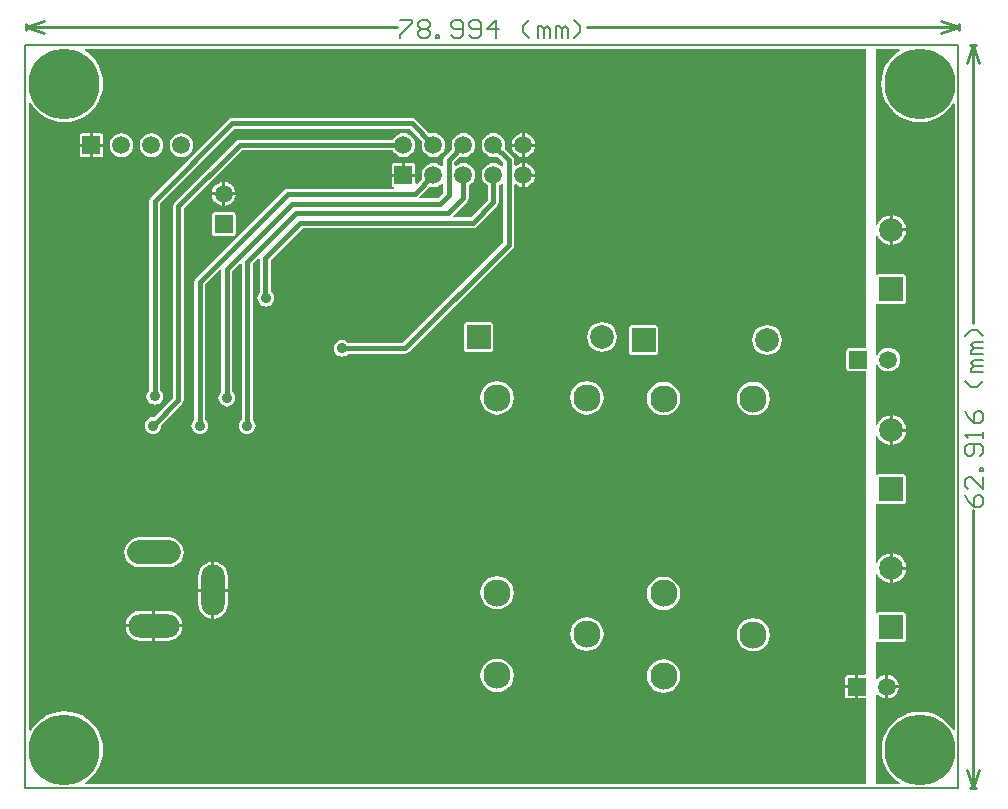
<source format=gbl>
G04 Layer_Physical_Order=2*
G04 Layer_Color=16711680*
%FSLAX44Y44*%
%MOMM*%
G71*
G01*
G75*
%ADD23C,0.1270*%
%ADD25C,0.3810*%
%ADD27C,0.2540*%
%ADD28C,2.0160*%
%ADD29C,0.1524*%
%ADD30C,6.0000*%
%ADD31C,1.5000*%
%ADD32R,1.5000X1.5000*%
%ADD33C,2.0000*%
%ADD34R,2.0000X2.0000*%
%ADD35R,2.0000X2.0000*%
%ADD36R,1.5000X1.5000*%
%ADD37C,2.3000*%
%ADD38O,2.0000X4.3180*%
%ADD39O,4.3180X2.0000*%
%ADD40O,4.5000X2.0000*%
%ADD41C,0.8890*%
%ADD42C,1.2700*%
G36*
X995198Y826581D02*
X993004Y825237D01*
X989110Y821910D01*
X985783Y818016D01*
X983107Y813649D01*
X981147Y808916D01*
X979951Y803936D01*
X979549Y798830D01*
X979951Y793724D01*
X981147Y788744D01*
X983107Y784012D01*
X985783Y779644D01*
X989110Y775750D01*
X993004Y772423D01*
X997372Y769747D01*
X1002104Y767787D01*
X1007084Y766591D01*
X1012190Y766189D01*
X1017296Y766591D01*
X1022277Y767787D01*
X1027009Y769747D01*
X1031376Y772423D01*
X1035270Y775750D01*
X1038597Y779644D01*
X1040195Y782252D01*
X1041719Y781822D01*
Y251864D01*
X1040195Y251434D01*
X1038851Y253628D01*
X1035524Y257522D01*
X1031630Y260849D01*
X1027262Y263525D01*
X1022531Y265485D01*
X1017550Y266681D01*
X1012444Y267083D01*
X1007338Y266681D01*
X1002357Y265485D01*
X997626Y263525D01*
X993258Y260849D01*
X989364Y257522D01*
X986037Y253628D01*
X983361Y249261D01*
X981401Y244529D01*
X980205Y239548D01*
X979803Y234442D01*
X980205Y229336D01*
X981401Y224356D01*
X983361Y219624D01*
X986037Y215256D01*
X989364Y211362D01*
X993258Y208035D01*
X995130Y206888D01*
X994717Y205421D01*
X974852D01*
Y281542D01*
X976376Y282059D01*
X977089Y281129D01*
X979187Y279520D01*
X981629Y278508D01*
X982980Y278331D01*
Y288290D01*
Y298249D01*
X981629Y298072D01*
X979187Y297060D01*
X977089Y295451D01*
X976376Y294521D01*
X974852Y295038D01*
Y326106D01*
X975689Y326521D01*
X976376Y326690D01*
X977069Y326227D01*
X978060Y326030D01*
X998060D01*
X999051Y326227D01*
X999891Y326789D01*
X1000453Y327629D01*
X1000650Y328620D01*
Y348620D01*
X1000453Y349611D01*
X999891Y350451D01*
X999051Y351013D01*
X998060Y351210D01*
X978060D01*
X977069Y351013D01*
X976376Y350550D01*
X975689Y350719D01*
X974852Y351134D01*
X974852Y383756D01*
X976376Y384059D01*
X977106Y382296D01*
X979116Y379676D01*
X981736Y377666D01*
X984786Y376403D01*
X986790Y376139D01*
Y388620D01*
Y401101D01*
X984786Y400837D01*
X981736Y399574D01*
X979116Y397564D01*
X977106Y394944D01*
X976376Y393181D01*
X974852Y393484D01*
Y442946D01*
X975689Y443361D01*
X976376Y443530D01*
X977069Y443067D01*
X978060Y442870D01*
X998060D01*
X999051Y443067D01*
X999891Y443629D01*
X1000453Y444469D01*
X1000650Y445460D01*
Y465460D01*
X1000453Y466451D01*
X999891Y467291D01*
X999051Y467853D01*
X998060Y468050D01*
X978060D01*
X977069Y467853D01*
X976376Y467390D01*
X975689Y467559D01*
X974852Y467974D01*
Y500596D01*
X976376Y500899D01*
X977106Y499136D01*
X979116Y496516D01*
X981736Y494506D01*
X984786Y493243D01*
X986790Y492979D01*
Y505460D01*
Y517941D01*
X984786Y517677D01*
X981736Y516414D01*
X979116Y514404D01*
X977106Y511784D01*
X976376Y510021D01*
X974852Y510324D01*
Y560687D01*
X976376Y560990D01*
X976750Y560087D01*
X978359Y557989D01*
X980457Y556380D01*
X982899Y555368D01*
X985520Y555023D01*
X988141Y555368D01*
X990583Y556380D01*
X992681Y557989D01*
X994290Y560087D01*
X995302Y562529D01*
X995647Y565150D01*
X995302Y567771D01*
X994290Y570213D01*
X992681Y572311D01*
X990583Y573920D01*
X988141Y574932D01*
X985520Y575277D01*
X982899Y574932D01*
X980457Y573920D01*
X978359Y572311D01*
X976750Y570213D01*
X976376Y569310D01*
X974852Y569613D01*
Y612326D01*
X975689Y612741D01*
X976376Y612910D01*
X977069Y612447D01*
X978060Y612250D01*
X998060D01*
X999051Y612447D01*
X999891Y613009D01*
X1000453Y613849D01*
X1000650Y614840D01*
Y634840D01*
X1000453Y635831D01*
X999891Y636671D01*
X999051Y637233D01*
X998060Y637430D01*
X978060D01*
X977069Y637233D01*
X976376Y636770D01*
X975689Y636939D01*
X974852Y637354D01*
Y669976D01*
X976376Y670279D01*
X977106Y668516D01*
X979116Y665896D01*
X981736Y663886D01*
X984786Y662623D01*
X986790Y662359D01*
Y674840D01*
Y687321D01*
X984786Y687057D01*
X981736Y685794D01*
X979116Y683784D01*
X977106Y681164D01*
X976376Y679401D01*
X974852Y679704D01*
Y828105D01*
X994768D01*
X995198Y826581D01*
D02*
G37*
G36*
X966470Y575240D02*
X952620D01*
X951629Y575043D01*
X950789Y574481D01*
X950227Y573641D01*
X950030Y572650D01*
Y557650D01*
X950227Y556659D01*
X950789Y555819D01*
X951629Y555257D01*
X952620Y555060D01*
X966470D01*
X966470Y299854D01*
X964946Y298380D01*
X960120D01*
Y288290D01*
Y278200D01*
X966350D01*
X966470Y278102D01*
Y205421D01*
X305458D01*
X305028Y206945D01*
X307222Y208289D01*
X311116Y211616D01*
X314443Y215510D01*
X317119Y219877D01*
X319079Y224610D01*
X320275Y229590D01*
X320676Y234696D01*
X320275Y239802D01*
X319079Y244783D01*
X317119Y249515D01*
X314443Y253882D01*
X311116Y257776D01*
X307222Y261103D01*
X302854Y263779D01*
X298123Y265739D01*
X293142Y266935D01*
X288036Y267337D01*
X282930Y266935D01*
X277950Y265739D01*
X273218Y263779D01*
X268850Y261103D01*
X264956Y257776D01*
X261629Y253882D01*
X259777Y250859D01*
X258253Y251289D01*
Y782237D01*
X259777Y782667D01*
X261629Y779644D01*
X264956Y775750D01*
X268850Y772423D01*
X273218Y769747D01*
X277950Y767787D01*
X282930Y766591D01*
X288036Y766189D01*
X293142Y766591D01*
X298123Y767787D01*
X302854Y769747D01*
X307222Y772423D01*
X311116Y775750D01*
X314443Y779644D01*
X317119Y784012D01*
X319079Y788744D01*
X320275Y793724D01*
X320676Y798830D01*
X320275Y803936D01*
X319079Y808916D01*
X317119Y813649D01*
X314443Y818016D01*
X311116Y821910D01*
X307222Y825237D01*
X305028Y826581D01*
X305458Y828105D01*
X966470D01*
X966470Y575240D01*
D02*
G37*
%LPC*%
G36*
X1000541Y387350D02*
X989330D01*
Y376139D01*
X991334Y376403D01*
X994384Y377666D01*
X997004Y379676D01*
X999014Y382296D01*
X1000277Y385346D01*
X1000541Y387350D01*
D02*
G37*
G36*
X989330Y401101D02*
Y389890D01*
X1000541D01*
X1000277Y391894D01*
X999014Y394944D01*
X997004Y397564D01*
X994384Y399574D01*
X991334Y400837D01*
X989330Y401101D01*
D02*
G37*
G36*
X1000541Y504190D02*
X989330D01*
Y492979D01*
X991334Y493243D01*
X994384Y494506D01*
X997004Y496516D01*
X999014Y499136D01*
X1000277Y502186D01*
X1000541Y504190D01*
D02*
G37*
G36*
X989330Y517941D02*
Y506730D01*
X1000541D01*
X1000277Y508734D01*
X999014Y511784D01*
X997004Y514404D01*
X994384Y516414D01*
X991334Y517677D01*
X989330Y517941D01*
D02*
G37*
G36*
X985520Y298249D02*
Y289560D01*
X994209D01*
X994032Y290911D01*
X993020Y293353D01*
X991411Y295451D01*
X989313Y297060D01*
X986871Y298072D01*
X985520Y298249D01*
D02*
G37*
G36*
X994209Y287020D02*
X985520D01*
Y278331D01*
X986871Y278508D01*
X989313Y279520D01*
X991411Y281129D01*
X993020Y283227D01*
X994032Y285669D01*
X994209Y287020D01*
D02*
G37*
G36*
X989330Y687321D02*
Y676110D01*
X1000541D01*
X1000277Y678114D01*
X999014Y681164D01*
X997004Y683784D01*
X994384Y685794D01*
X991334Y687057D01*
X989330Y687321D01*
D02*
G37*
G36*
X1000541Y673570D02*
X989330D01*
Y662359D01*
X991334Y662623D01*
X994384Y663886D01*
X997004Y665896D01*
X999014Y668516D01*
X1000277Y671566D01*
X1000541Y673570D01*
D02*
G37*
G36*
X376266Y414472D02*
X351266D01*
X347992Y414041D01*
X344942Y412778D01*
X342322Y410768D01*
X340312Y408148D01*
X339049Y405098D01*
X338618Y401824D01*
X339049Y398550D01*
X340312Y395500D01*
X342322Y392880D01*
X344942Y390870D01*
X347992Y389607D01*
X351266Y389176D01*
X376266D01*
X379540Y389607D01*
X382590Y390870D01*
X385210Y392880D01*
X387220Y395500D01*
X388483Y398550D01*
X388914Y401824D01*
X388483Y405098D01*
X387220Y408148D01*
X385210Y410768D01*
X382590Y412778D01*
X379540Y414041D01*
X376266Y414472D01*
D02*
G37*
G36*
X654250Y381901D02*
X650585Y381419D01*
X647169Y380004D01*
X644237Y377753D01*
X641986Y374821D01*
X640571Y371405D01*
X640089Y367740D01*
X640571Y364075D01*
X641986Y360659D01*
X644237Y357727D01*
X647169Y355476D01*
X650585Y354061D01*
X654250Y353579D01*
X657915Y354061D01*
X661331Y355476D01*
X664263Y357727D01*
X666514Y360659D01*
X667929Y364075D01*
X668411Y367740D01*
X667929Y371405D01*
X666514Y374821D01*
X664263Y377753D01*
X661331Y380004D01*
X657915Y381419D01*
X654250Y381901D01*
D02*
G37*
G36*
X412496Y393895D02*
X410492Y393631D01*
X407442Y392368D01*
X404822Y390358D01*
X402812Y387738D01*
X401549Y384688D01*
X401118Y381414D01*
Y371094D01*
X412496D01*
Y393895D01*
D02*
G37*
G36*
X415036D02*
Y371094D01*
X426414D01*
Y381414D01*
X425983Y384688D01*
X424720Y387738D01*
X422710Y390358D01*
X420090Y392368D01*
X417040Y393631D01*
X415036Y393895D01*
D02*
G37*
G36*
X654250Y546901D02*
X650585Y546419D01*
X647169Y545004D01*
X644237Y542753D01*
X641986Y539821D01*
X640571Y536405D01*
X640089Y532740D01*
X640571Y529075D01*
X641986Y525659D01*
X644237Y522727D01*
X647169Y520476D01*
X650585Y519061D01*
X654250Y518579D01*
X657915Y519061D01*
X661331Y520476D01*
X664263Y522727D01*
X666514Y525659D01*
X667929Y529075D01*
X668411Y532740D01*
X667929Y536405D01*
X666514Y539821D01*
X664263Y542753D01*
X661331Y545004D01*
X657915Y546419D01*
X654250Y546901D01*
D02*
G37*
G36*
X730250D02*
X726585Y546419D01*
X723169Y545004D01*
X720237Y542753D01*
X717986Y539821D01*
X716571Y536405D01*
X716089Y532740D01*
X716571Y529075D01*
X717986Y525659D01*
X720237Y522727D01*
X723169Y520476D01*
X726585Y519061D01*
X730250Y518579D01*
X733915Y519061D01*
X737331Y520476D01*
X740263Y522727D01*
X742514Y525659D01*
X743929Y529075D01*
X744411Y532740D01*
X743929Y536405D01*
X742514Y539821D01*
X740263Y542753D01*
X737331Y545004D01*
X733915Y546419D01*
X730250Y546901D01*
D02*
G37*
G36*
X882880Y594308D02*
X879606Y593877D01*
X876556Y592614D01*
X873936Y590604D01*
X871926Y587984D01*
X870663Y584934D01*
X870232Y581660D01*
X870663Y578386D01*
X871926Y575336D01*
X873936Y572716D01*
X876556Y570706D01*
X879606Y569443D01*
X882880Y569012D01*
X886154Y569443D01*
X889204Y570706D01*
X891824Y572716D01*
X893834Y575336D01*
X895097Y578386D01*
X895528Y581660D01*
X895097Y584934D01*
X893834Y587984D01*
X891824Y590604D01*
X889204Y592614D01*
X886154Y593877D01*
X882880Y594308D01*
D02*
G37*
G36*
X795220Y546291D02*
X791555Y545809D01*
X788139Y544394D01*
X785207Y542143D01*
X782956Y539211D01*
X781541Y535795D01*
X781059Y532130D01*
X781541Y528465D01*
X782956Y525049D01*
X785207Y522117D01*
X788139Y519866D01*
X791555Y518451D01*
X795220Y517969D01*
X798885Y518451D01*
X802301Y519866D01*
X805233Y522117D01*
X807484Y525049D01*
X808899Y528465D01*
X809381Y532130D01*
X808899Y535795D01*
X807484Y539211D01*
X805233Y542143D01*
X802301Y544394D01*
X798885Y545809D01*
X795220Y546291D01*
D02*
G37*
G36*
X871220D02*
X867555Y545809D01*
X864139Y544394D01*
X861207Y542143D01*
X858956Y539211D01*
X857541Y535795D01*
X857059Y532130D01*
X857541Y528465D01*
X858956Y525049D01*
X861207Y522117D01*
X864139Y519866D01*
X867555Y518451D01*
X871220Y517969D01*
X874885Y518451D01*
X878301Y519866D01*
X881233Y522117D01*
X883484Y525049D01*
X884899Y528465D01*
X885381Y532130D01*
X884899Y535795D01*
X883484Y539211D01*
X881233Y542143D01*
X878301Y544394D01*
X874885Y545809D01*
X871220Y546291D01*
D02*
G37*
G36*
X795220Y381291D02*
X791555Y380809D01*
X788139Y379394D01*
X785207Y377143D01*
X782956Y374211D01*
X781541Y370795D01*
X781059Y367130D01*
X781541Y363465D01*
X782956Y360049D01*
X785207Y357117D01*
X788139Y354866D01*
X791555Y353451D01*
X795220Y352969D01*
X798885Y353451D01*
X802301Y354866D01*
X805233Y357117D01*
X807484Y360049D01*
X808899Y363465D01*
X809381Y367130D01*
X808899Y370795D01*
X807484Y374211D01*
X805233Y377143D01*
X802301Y379394D01*
X798885Y380809D01*
X795220Y381291D01*
D02*
G37*
G36*
X957580Y298380D02*
X951350D01*
X950359Y298183D01*
X949519Y297621D01*
X948957Y296781D01*
X948760Y295790D01*
Y289560D01*
X957580D01*
Y298380D01*
D02*
G37*
G36*
X871220Y346291D02*
X867555Y345809D01*
X864139Y344394D01*
X861207Y342143D01*
X858956Y339211D01*
X857541Y335795D01*
X857059Y332130D01*
X857541Y328465D01*
X858956Y325049D01*
X861207Y322117D01*
X864139Y319866D01*
X867555Y318451D01*
X871220Y317969D01*
X874885Y318451D01*
X878301Y319866D01*
X881233Y322117D01*
X883484Y325049D01*
X884899Y328465D01*
X885381Y332130D01*
X884899Y335795D01*
X883484Y339211D01*
X881233Y342143D01*
X878301Y344394D01*
X874885Y345809D01*
X871220Y346291D01*
D02*
G37*
G36*
X654250Y311901D02*
X650585Y311419D01*
X647169Y310004D01*
X644237Y307753D01*
X641986Y304821D01*
X640571Y301405D01*
X640089Y297740D01*
X640571Y294075D01*
X641986Y290659D01*
X644237Y287727D01*
X647169Y285476D01*
X650585Y284061D01*
X654250Y283579D01*
X657915Y284061D01*
X661331Y285476D01*
X664263Y287727D01*
X666514Y290659D01*
X667929Y294075D01*
X668411Y297740D01*
X667929Y301405D01*
X666514Y304821D01*
X664263Y307753D01*
X661331Y310004D01*
X657915Y311419D01*
X654250Y311901D01*
D02*
G37*
G36*
X957580Y287020D02*
X948760D01*
Y280790D01*
X948957Y279799D01*
X949519Y278959D01*
X950359Y278397D01*
X951350Y278200D01*
X957580D01*
Y287020D01*
D02*
G37*
G36*
X795220Y311291D02*
X791555Y310809D01*
X788139Y309394D01*
X785207Y307143D01*
X782956Y304211D01*
X781541Y300795D01*
X781059Y297130D01*
X781541Y293465D01*
X782956Y290049D01*
X785207Y287117D01*
X788139Y284866D01*
X791555Y283451D01*
X795220Y282969D01*
X798885Y283451D01*
X802301Y284866D01*
X805233Y287117D01*
X807484Y290049D01*
X808899Y293465D01*
X809381Y297130D01*
X808899Y300795D01*
X807484Y304211D01*
X805233Y307143D01*
X802301Y309394D01*
X798885Y310809D01*
X795220Y311291D01*
D02*
G37*
G36*
X375356Y352472D02*
X365036D01*
Y341094D01*
X387837D01*
X387573Y343098D01*
X386310Y346148D01*
X384300Y348768D01*
X381680Y350778D01*
X378630Y352041D01*
X375356Y352472D01*
D02*
G37*
G36*
X412496Y368554D02*
X401118D01*
Y358234D01*
X401549Y354960D01*
X402812Y351910D01*
X404822Y349290D01*
X407442Y347280D01*
X410492Y346017D01*
X412496Y345753D01*
Y368554D01*
D02*
G37*
G36*
X426414D02*
X415036D01*
Y345753D01*
X417040Y346017D01*
X420090Y347280D01*
X422710Y349290D01*
X424720Y351910D01*
X425983Y354960D01*
X426414Y358234D01*
Y368554D01*
D02*
G37*
G36*
X362496Y352472D02*
X352176D01*
X348902Y352041D01*
X345852Y350778D01*
X343232Y348768D01*
X341222Y346148D01*
X339959Y343098D01*
X339695Y341094D01*
X362496D01*
Y352472D01*
D02*
G37*
G36*
X730250Y346901D02*
X726585Y346419D01*
X723169Y345004D01*
X720237Y342753D01*
X717986Y339821D01*
X716571Y336405D01*
X716089Y332740D01*
X716571Y329075D01*
X717986Y325659D01*
X720237Y322727D01*
X723169Y320476D01*
X726585Y319061D01*
X730250Y318579D01*
X733915Y319061D01*
X737331Y320476D01*
X740263Y322727D01*
X742514Y325659D01*
X743929Y329075D01*
X744411Y332740D01*
X743929Y336405D01*
X742514Y339821D01*
X740263Y342753D01*
X737331Y345004D01*
X733915Y346419D01*
X730250Y346901D01*
D02*
G37*
G36*
X362496Y338554D02*
X339695D01*
X339959Y336550D01*
X341222Y333500D01*
X343232Y330880D01*
X345852Y328870D01*
X348902Y327607D01*
X352176Y327176D01*
X362496D01*
Y338554D01*
D02*
G37*
G36*
X387837D02*
X365036D01*
Y327176D01*
X375356D01*
X378630Y327607D01*
X381680Y328870D01*
X384300Y330880D01*
X386310Y333500D01*
X387573Y336550D01*
X387837Y338554D01*
D02*
G37*
G36*
X788280Y594250D02*
X768280D01*
X767289Y594053D01*
X766449Y593491D01*
X765887Y592651D01*
X765690Y591660D01*
Y571660D01*
X765887Y570669D01*
X766449Y569829D01*
X767289Y569267D01*
X768280Y569070D01*
X788280D01*
X789271Y569267D01*
X790111Y569829D01*
X790673Y570669D01*
X790870Y571660D01*
Y591660D01*
X790673Y592651D01*
X790111Y593491D01*
X789271Y594053D01*
X788280Y594250D01*
D02*
G37*
G36*
X320986Y745236D02*
X312166D01*
Y736416D01*
X318396D01*
X319387Y736613D01*
X320227Y737175D01*
X320789Y738015D01*
X320986Y739006D01*
Y745236D01*
D02*
G37*
G36*
X582168Y769580D02*
X430276D01*
X428542Y769235D01*
X427071Y768253D01*
X361285Y702467D01*
X360303Y700996D01*
X359958Y699262D01*
Y539235D01*
X359508Y538890D01*
X358389Y537431D01*
X357685Y535731D01*
X357445Y533908D01*
X357685Y532085D01*
X358389Y530385D01*
X359508Y528926D01*
X360967Y527807D01*
X362667Y527103D01*
X364490Y526863D01*
X366313Y527103D01*
X368013Y527807D01*
X369472Y528926D01*
X370591Y530385D01*
X371295Y532085D01*
X371535Y533908D01*
X371295Y535731D01*
X370591Y537431D01*
X369472Y538890D01*
X369022Y539235D01*
Y697385D01*
X432153Y760516D01*
X580291D01*
X590895Y749912D01*
X590674Y749381D01*
X590329Y746760D01*
X590674Y744139D01*
X591686Y741697D01*
X593295Y739599D01*
X595393Y737990D01*
X597835Y736978D01*
X600456Y736633D01*
X603077Y736978D01*
X605519Y737990D01*
X607617Y739599D01*
X609226Y741697D01*
X610238Y744139D01*
X610583Y746760D01*
X610238Y749381D01*
X609226Y751823D01*
X607617Y753921D01*
X605519Y755530D01*
X603077Y756542D01*
X600456Y756887D01*
X597835Y756542D01*
X597304Y756321D01*
X585373Y768253D01*
X583902Y769235D01*
X582168Y769580D01*
D02*
G37*
G36*
X651256Y756887D02*
X648635Y756542D01*
X646193Y755530D01*
X644095Y753921D01*
X642486Y751823D01*
X641474Y749381D01*
X641129Y746760D01*
X641474Y744139D01*
X642486Y741697D01*
X644095Y739599D01*
X646193Y737990D01*
X648635Y736978D01*
X651256Y736633D01*
X653877Y736978D01*
X654408Y737198D01*
X659678Y731929D01*
Y729152D01*
X658154Y728722D01*
X656319Y730130D01*
X653877Y731142D01*
X651256Y731487D01*
X648635Y731142D01*
X646193Y730130D01*
X644095Y728521D01*
X642486Y726423D01*
X641474Y723981D01*
X641129Y721360D01*
X641474Y718739D01*
X642486Y716297D01*
X644095Y714199D01*
X646193Y712590D01*
X646724Y712370D01*
Y700377D01*
X631853Y685506D01*
X617871D01*
X617239Y687030D01*
X629061Y698851D01*
X630043Y700322D01*
X630388Y702056D01*
X630388Y702056D01*
Y712370D01*
X630919Y712590D01*
X633017Y714199D01*
X634626Y716297D01*
X635638Y718739D01*
X635983Y721360D01*
X635638Y723981D01*
X634626Y726423D01*
X633017Y728521D01*
X630919Y730130D01*
X628477Y731142D01*
X625856Y731487D01*
X623235Y731142D01*
X620793Y730130D01*
X619466Y729112D01*
X617942Y729864D01*
Y732437D01*
X622704Y737198D01*
X623235Y736978D01*
X625856Y736633D01*
X628477Y736978D01*
X630919Y737990D01*
X633017Y739599D01*
X634626Y741697D01*
X635638Y744139D01*
X635983Y746760D01*
X635638Y749381D01*
X634626Y751823D01*
X633017Y753921D01*
X630919Y755530D01*
X628477Y756542D01*
X625856Y756887D01*
X623235Y756542D01*
X620793Y755530D01*
X618695Y753921D01*
X617086Y751823D01*
X616074Y749381D01*
X615729Y746760D01*
X616074Y744139D01*
X616295Y743608D01*
X610205Y737519D01*
X609223Y736048D01*
X608878Y734314D01*
Y729152D01*
X607354Y728722D01*
X605519Y730130D01*
X603077Y731142D01*
X600456Y731487D01*
X597835Y731142D01*
X595393Y730130D01*
X593295Y728521D01*
X591686Y726423D01*
X590674Y723981D01*
X590329Y721360D01*
X590674Y718739D01*
X590895Y718208D01*
X586670Y713983D01*
X585146Y714614D01*
Y720090D01*
X564966D01*
Y713860D01*
X565163Y712869D01*
X565725Y712029D01*
X566565Y711467D01*
X566833Y711414D01*
X566683Y709890D01*
X477012D01*
X477012Y709890D01*
X475278Y709545D01*
X473807Y708563D01*
X473807Y708563D01*
X399385Y634141D01*
X398403Y632670D01*
X398058Y630936D01*
Y514343D01*
X397608Y513998D01*
X396489Y512539D01*
X395785Y510839D01*
X395545Y509016D01*
X395785Y507193D01*
X396489Y505493D01*
X397608Y504034D01*
X399067Y502915D01*
X400767Y502211D01*
X402590Y501971D01*
X404413Y502211D01*
X406113Y502915D01*
X407572Y504034D01*
X408691Y505493D01*
X409395Y507193D01*
X409635Y509016D01*
X409395Y510839D01*
X408691Y512539D01*
X407572Y513998D01*
X407122Y514343D01*
Y629059D01*
X419394Y641331D01*
X420918Y640699D01*
Y537711D01*
X420468Y537366D01*
X419349Y535907D01*
X418645Y534207D01*
X418405Y532384D01*
X418645Y530561D01*
X419349Y528861D01*
X420468Y527402D01*
X421927Y526283D01*
X423627Y525579D01*
X425450Y525339D01*
X427273Y525579D01*
X428973Y526283D01*
X430432Y527402D01*
X431551Y528861D01*
X432255Y530561D01*
X432495Y532384D01*
X432255Y534207D01*
X431551Y535907D01*
X430432Y537366D01*
X429982Y537711D01*
Y639981D01*
X436666Y646665D01*
X438190Y646033D01*
Y514343D01*
X437740Y513998D01*
X436621Y512539D01*
X435917Y510839D01*
X435677Y509016D01*
X435917Y507193D01*
X436621Y505493D01*
X437740Y504034D01*
X439199Y502915D01*
X440899Y502211D01*
X442722Y501971D01*
X444545Y502211D01*
X446245Y502915D01*
X447704Y504034D01*
X448823Y505493D01*
X449527Y507193D01*
X449767Y509016D01*
X449527Y510839D01*
X448823Y512539D01*
X447704Y513998D01*
X447254Y514343D01*
Y645823D01*
X452160Y650729D01*
X453684Y650097D01*
Y622098D01*
X453488Y621948D01*
X452369Y620489D01*
X451665Y618789D01*
X451425Y616966D01*
X451665Y615143D01*
X452369Y613443D01*
X453488Y611984D01*
X454947Y610865D01*
X456647Y610161D01*
X458470Y609921D01*
X460293Y610161D01*
X461993Y610865D01*
X463452Y611984D01*
X464571Y613443D01*
X465275Y615143D01*
X465515Y616966D01*
X465275Y618789D01*
X464571Y620489D01*
X463452Y621948D01*
X462748Y622488D01*
Y649633D01*
X489557Y676442D01*
X633730D01*
X635464Y676787D01*
X636935Y677769D01*
X654461Y695295D01*
X654461Y695295D01*
X655443Y696766D01*
X655788Y698500D01*
Y712370D01*
X656319Y712590D01*
X658154Y713998D01*
X659678Y713568D01*
Y664309D01*
X574449Y579080D01*
X528567D01*
X528222Y579530D01*
X526763Y580649D01*
X525063Y581353D01*
X523240Y581593D01*
X521417Y581353D01*
X519717Y580649D01*
X518258Y579530D01*
X517139Y578071D01*
X516435Y576371D01*
X516195Y574548D01*
X516435Y572725D01*
X517139Y571025D01*
X518258Y569566D01*
X519717Y568447D01*
X521417Y567743D01*
X523240Y567503D01*
X525063Y567743D01*
X526763Y568447D01*
X528222Y569566D01*
X528567Y570016D01*
X576326D01*
X578060Y570361D01*
X579531Y571343D01*
X667415Y659227D01*
X668397Y660698D01*
X668742Y662432D01*
X668742Y662432D01*
Y712857D01*
X670266Y713608D01*
X671593Y712590D01*
X674035Y711578D01*
X675386Y711401D01*
Y721360D01*
Y731319D01*
X674035Y731142D01*
X671593Y730130D01*
X670266Y729112D01*
X668742Y729864D01*
Y733806D01*
X668742Y733806D01*
X668397Y735540D01*
X667415Y737011D01*
X660817Y743608D01*
X661038Y744139D01*
X661383Y746760D01*
X661038Y749381D01*
X660026Y751823D01*
X658417Y753921D01*
X656319Y755530D01*
X653877Y756542D01*
X651256Y756887D01*
D02*
G37*
G36*
X309626Y745236D02*
X300806D01*
Y739006D01*
X301003Y738015D01*
X301565Y737175D01*
X302405Y736613D01*
X303396Y736416D01*
X309626D01*
Y745236D01*
D02*
G37*
G36*
X336296Y756633D02*
X333675Y756288D01*
X331233Y755276D01*
X329135Y753667D01*
X327526Y751569D01*
X326514Y749127D01*
X326169Y746506D01*
X326514Y743885D01*
X327526Y741443D01*
X329135Y739345D01*
X331233Y737736D01*
X333675Y736724D01*
X336296Y736379D01*
X338917Y736724D01*
X341359Y737736D01*
X343457Y739345D01*
X345066Y741443D01*
X346078Y743885D01*
X346423Y746506D01*
X346078Y749127D01*
X345066Y751569D01*
X343457Y753667D01*
X341359Y755276D01*
X338917Y756288D01*
X336296Y756633D01*
D02*
G37*
G36*
X361696D02*
X359075Y756288D01*
X356633Y755276D01*
X354535Y753667D01*
X352926Y751569D01*
X351914Y749127D01*
X351569Y746506D01*
X351914Y743885D01*
X352926Y741443D01*
X354535Y739345D01*
X356633Y737736D01*
X359075Y736724D01*
X361696Y736379D01*
X364317Y736724D01*
X366759Y737736D01*
X368857Y739345D01*
X370466Y741443D01*
X371478Y743885D01*
X371823Y746506D01*
X371478Y749127D01*
X370466Y751569D01*
X368857Y753667D01*
X366759Y755276D01*
X364317Y756288D01*
X361696Y756633D01*
D02*
G37*
G36*
X387096D02*
X384475Y756288D01*
X382033Y755276D01*
X379935Y753667D01*
X378326Y751569D01*
X377314Y749127D01*
X376969Y746506D01*
X377314Y743885D01*
X378326Y741443D01*
X379935Y739345D01*
X382033Y737736D01*
X384475Y736724D01*
X387096Y736379D01*
X389717Y736724D01*
X392159Y737736D01*
X394257Y739345D01*
X395866Y741443D01*
X396878Y743885D01*
X397223Y746506D01*
X396878Y749127D01*
X395866Y751569D01*
X394257Y753667D01*
X392159Y755276D01*
X389717Y756288D01*
X387096Y756633D01*
D02*
G37*
G36*
X675386Y756719D02*
X674035Y756542D01*
X671593Y755530D01*
X669495Y753921D01*
X667886Y751823D01*
X666874Y749381D01*
X666697Y748030D01*
X675386D01*
Y756719D01*
D02*
G37*
G36*
X677926D02*
Y748030D01*
X686615D01*
X686438Y749381D01*
X685426Y751823D01*
X683817Y753921D01*
X681719Y755530D01*
X679277Y756542D01*
X677926Y756719D01*
D02*
G37*
G36*
X575056Y756887D02*
X572435Y756542D01*
X569993Y755530D01*
X567895Y753921D01*
X566286Y751823D01*
X566066Y751292D01*
X436372D01*
X436372Y751292D01*
X434638Y750947D01*
X433167Y749965D01*
X433167Y749965D01*
X381351Y698149D01*
X380369Y696678D01*
X380024Y694944D01*
Y532737D01*
X363528Y516241D01*
X362966Y516315D01*
X361143Y516075D01*
X359443Y515371D01*
X357984Y514252D01*
X356865Y512793D01*
X356161Y511093D01*
X355921Y509270D01*
X356161Y507447D01*
X356865Y505747D01*
X357984Y504288D01*
X359443Y503169D01*
X361143Y502465D01*
X362966Y502225D01*
X364789Y502465D01*
X366489Y503169D01*
X367948Y504288D01*
X369067Y505747D01*
X369771Y507447D01*
X370011Y509270D01*
X369937Y509832D01*
X387761Y527655D01*
X387761Y527655D01*
X388743Y529126D01*
X389088Y530860D01*
X389088Y530860D01*
Y693067D01*
X438249Y742228D01*
X566066D01*
X566286Y741697D01*
X567895Y739599D01*
X569993Y737990D01*
X572435Y736978D01*
X575056Y736633D01*
X577677Y736978D01*
X580119Y737990D01*
X582217Y739599D01*
X583826Y741697D01*
X584838Y744139D01*
X585183Y746760D01*
X584838Y749381D01*
X583826Y751823D01*
X582217Y753921D01*
X580119Y755530D01*
X577677Y756542D01*
X575056Y756887D01*
D02*
G37*
G36*
X318396Y756596D02*
X312166D01*
Y747776D01*
X320986D01*
Y754006D01*
X320789Y754997D01*
X320227Y755837D01*
X319387Y756399D01*
X318396Y756596D01*
D02*
G37*
G36*
X675386Y745490D02*
X666697D01*
X666874Y744139D01*
X667886Y741697D01*
X669495Y739599D01*
X671593Y737990D01*
X674035Y736978D01*
X675386Y736801D01*
Y745490D01*
D02*
G37*
G36*
X686615D02*
X677926D01*
Y736801D01*
X679277Y736978D01*
X681719Y737990D01*
X683817Y739599D01*
X685426Y741697D01*
X686438Y744139D01*
X686615Y745490D01*
D02*
G37*
G36*
X309626Y756596D02*
X303396D01*
X302405Y756399D01*
X301565Y755837D01*
X301003Y754997D01*
X300806Y754006D01*
Y747776D01*
X309626D01*
Y756596D01*
D02*
G37*
G36*
X421640Y704088D02*
X412951D01*
X413128Y702737D01*
X414140Y700295D01*
X415749Y698197D01*
X417847Y696588D01*
X420289Y695576D01*
X421640Y695399D01*
Y704088D01*
D02*
G37*
G36*
X432869D02*
X424180D01*
Y695399D01*
X425531Y695576D01*
X427973Y696588D01*
X430071Y698197D01*
X431680Y700295D01*
X432692Y702737D01*
X432869Y704088D01*
D02*
G37*
G36*
X430410Y690048D02*
X415410D01*
X414419Y689851D01*
X413579Y689289D01*
X413017Y688449D01*
X412820Y687458D01*
Y672458D01*
X413017Y671467D01*
X413579Y670627D01*
X414419Y670065D01*
X415410Y669868D01*
X430410D01*
X431401Y670065D01*
X432241Y670627D01*
X432803Y671467D01*
X433000Y672458D01*
Y687458D01*
X432803Y688449D01*
X432241Y689289D01*
X431401Y689851D01*
X430410Y690048D01*
D02*
G37*
G36*
X743180Y596848D02*
X739906Y596417D01*
X736856Y595154D01*
X734236Y593144D01*
X732226Y590524D01*
X730963Y587474D01*
X730532Y584200D01*
X730963Y580926D01*
X732226Y577876D01*
X734236Y575256D01*
X736856Y573246D01*
X739906Y571983D01*
X743180Y571552D01*
X746454Y571983D01*
X749504Y573246D01*
X752124Y575256D01*
X754134Y577876D01*
X755397Y580926D01*
X755828Y584200D01*
X755397Y587474D01*
X754134Y590524D01*
X752124Y593144D01*
X749504Y595154D01*
X746454Y596417D01*
X743180Y596848D01*
D02*
G37*
G36*
X648580Y596790D02*
X628580D01*
X627589Y596593D01*
X626749Y596031D01*
X626187Y595191D01*
X625990Y594200D01*
Y574200D01*
X626187Y573209D01*
X626749Y572369D01*
X627589Y571807D01*
X628580Y571610D01*
X648580D01*
X649571Y571807D01*
X650411Y572369D01*
X650973Y573209D01*
X651170Y574200D01*
Y594200D01*
X650973Y595191D01*
X650411Y596031D01*
X649571Y596593D01*
X648580Y596790D01*
D02*
G37*
G36*
X573786Y731450D02*
X567556D01*
X566565Y731253D01*
X565725Y730691D01*
X565163Y729851D01*
X564966Y728860D01*
Y722630D01*
X573786D01*
Y731450D01*
D02*
G37*
G36*
X582556D02*
X576326D01*
Y722630D01*
X585146D01*
Y728860D01*
X584949Y729851D01*
X584387Y730691D01*
X583547Y731253D01*
X582556Y731450D01*
D02*
G37*
G36*
X677926Y731319D02*
Y722630D01*
X686615D01*
X686438Y723981D01*
X685426Y726423D01*
X683817Y728521D01*
X681719Y730130D01*
X679277Y731142D01*
X677926Y731319D01*
D02*
G37*
G36*
X686615Y720090D02*
X677926D01*
Y711401D01*
X679277Y711578D01*
X681719Y712590D01*
X683817Y714199D01*
X685426Y716297D01*
X686438Y718739D01*
X686615Y720090D01*
D02*
G37*
G36*
X421640Y715317D02*
X420289Y715140D01*
X417847Y714128D01*
X415749Y712519D01*
X414140Y710421D01*
X413128Y707979D01*
X412951Y706628D01*
X421640D01*
Y715317D01*
D02*
G37*
G36*
X424180D02*
Y706628D01*
X432869D01*
X432692Y707979D01*
X431680Y710421D01*
X430071Y712519D01*
X427973Y714128D01*
X425531Y715140D01*
X424180Y715317D01*
D02*
G37*
%LPD*%
G36*
X608878Y713568D02*
Y706219D01*
X604167Y701508D01*
X589169D01*
X588537Y703032D01*
X597304Y711798D01*
X597835Y711578D01*
X600456Y711233D01*
X603077Y711578D01*
X605519Y712590D01*
X607354Y713998D01*
X608878Y713568D01*
D02*
G37*
D23*
X255016Y202184D02*
Y831342D01*
Y202184D02*
X1044956D01*
Y831342D01*
X255016D02*
X1044956D01*
X255016D02*
X1044956D01*
Y202184D02*
Y831342D01*
X255016Y202184D02*
X1044956D01*
X255016D02*
Y831342D01*
D25*
X582168Y765048D02*
X600456Y746760D01*
X430276Y765048D02*
X582168D01*
X364490Y699262D02*
X430276Y765048D01*
X458216Y617220D02*
X458470Y616966D01*
X523240Y574548D02*
X576326D01*
X458216Y617220D02*
Y651510D01*
X442722Y509016D02*
Y647700D01*
X484124Y689102D01*
X651256Y698500D02*
Y721360D01*
X633730Y680974D02*
X651256Y698500D01*
X487680Y680974D02*
X633730D01*
X458216Y651510D02*
X487680Y680974D01*
X484124Y689102D02*
X612902D01*
X480568Y696976D02*
X606044D01*
X425450Y641858D02*
X480568Y696976D01*
X425450Y532384D02*
Y641858D01*
X612902Y689102D02*
X625856Y702056D01*
X606044Y696976D02*
X613410Y704342D01*
X584454Y705358D02*
X600456Y721360D01*
X477012Y705358D02*
X584454D01*
X402590Y630936D02*
X477012Y705358D01*
X651256Y746760D02*
X664210Y733806D01*
Y662432D02*
Y733806D01*
X576326Y574548D02*
X664210Y662432D01*
X613410Y734314D02*
X625856Y746760D01*
X613410Y704342D02*
Y734314D01*
X625856Y702056D02*
Y721360D01*
X364490Y533908D02*
Y699262D01*
X384556Y694944D02*
X436372Y746760D01*
X384556Y530860D02*
Y694944D01*
X362966Y509270D02*
X384556Y530860D01*
X402590Y509016D02*
Y630936D01*
X436372Y746760D02*
X575056D01*
D27*
X1054354Y831342D02*
X1059434D01*
X1054354Y202184D02*
X1059434D01*
X1056894Y831342D02*
X1061974Y816102D01*
X1051814D02*
X1056894Y831342D01*
Y202184D02*
X1061974Y217424D01*
X1051814D02*
X1056894Y202184D01*
Y595733D02*
Y831342D01*
Y202184D02*
Y437793D01*
X1044977Y843788D02*
Y848868D01*
X255037Y843788D02*
Y848868D01*
X1029737Y841248D02*
X1044977Y846328D01*
X1029737Y851408D02*
X1044977Y846328D01*
X255037D02*
X270277Y841248D01*
X255037Y846328D02*
X270277Y851408D01*
X730246Y846328D02*
X1044977D01*
X255037D02*
X569768D01*
D28*
X351266Y401824D02*
X376266D01*
X413766Y359824D02*
Y379824D01*
X353766Y339824D02*
X373766D01*
D29*
X1050800Y450490D02*
X1053340Y445412D01*
X1058418Y440333D01*
X1063496D01*
X1066036Y442872D01*
Y447951D01*
X1063496Y450490D01*
X1060957D01*
X1058418Y447951D01*
Y440333D01*
X1066036Y465725D02*
Y455568D01*
X1055879Y465725D01*
X1053340D01*
X1050800Y463186D01*
Y458107D01*
X1053340Y455568D01*
X1066036Y470803D02*
X1063496D01*
Y473343D01*
X1066036D01*
Y470803D01*
X1063496Y483499D02*
X1066036Y486038D01*
Y491117D01*
X1063496Y493656D01*
X1053340D01*
X1050800Y491117D01*
Y486038D01*
X1053340Y483499D01*
X1055879D01*
X1058418Y486038D01*
Y493656D01*
X1066036Y498734D02*
Y503813D01*
Y501273D01*
X1050800D01*
X1053340Y498734D01*
X1050800Y521587D02*
X1053340Y516509D01*
X1058418Y511430D01*
X1063496D01*
X1066036Y513969D01*
Y519048D01*
X1063496Y521587D01*
X1060957D01*
X1058418Y519048D01*
Y511430D01*
X1066036Y546979D02*
X1060957Y541900D01*
X1055879D01*
X1050800Y546979D01*
X1066036Y554596D02*
X1055879D01*
Y557135D01*
X1058418Y559675D01*
X1066036D01*
X1058418D01*
X1055879Y562214D01*
X1058418Y564753D01*
X1066036D01*
Y569831D02*
X1055879D01*
Y572370D01*
X1058418Y574910D01*
X1066036D01*
X1058418D01*
X1055879Y577449D01*
X1058418Y579988D01*
X1066036D01*
Y585066D02*
X1060957Y590145D01*
X1055879D01*
X1050800Y585066D01*
X572308Y852421D02*
X582464D01*
Y849882D01*
X572308Y839726D01*
Y837187D01*
X587543Y849882D02*
X590082Y852421D01*
X595160D01*
X597699Y849882D01*
Y847343D01*
X595160Y844804D01*
X597699Y842265D01*
Y839726D01*
X595160Y837187D01*
X590082D01*
X587543Y839726D01*
Y842265D01*
X590082Y844804D01*
X587543Y847343D01*
Y849882D01*
X590082Y844804D02*
X595160D01*
X602778Y837187D02*
Y839726D01*
X605317D01*
Y837187D01*
X602778D01*
X615474Y839726D02*
X618013Y837187D01*
X623091D01*
X625630Y839726D01*
Y849882D01*
X623091Y852421D01*
X618013D01*
X615474Y849882D01*
Y847343D01*
X618013Y844804D01*
X625630D01*
X630709Y839726D02*
X633248Y837187D01*
X638326D01*
X640865Y839726D01*
Y849882D01*
X638326Y852421D01*
X633248D01*
X630709Y849882D01*
Y847343D01*
X633248Y844804D01*
X640865D01*
X653561Y837187D02*
Y852421D01*
X645944Y844804D01*
X656100D01*
X681492Y837187D02*
X676414Y842265D01*
Y847343D01*
X681492Y852421D01*
X689110Y837187D02*
Y847343D01*
X691649D01*
X694188Y844804D01*
Y837187D01*
Y844804D01*
X696727Y847343D01*
X699267Y844804D01*
Y837187D01*
X704345D02*
Y847343D01*
X706884D01*
X709423Y844804D01*
Y837187D01*
Y844804D01*
X711962Y847343D01*
X714502Y844804D01*
Y837187D01*
X719580D02*
X724658Y842265D01*
Y847343D01*
X719580Y852421D01*
D30*
X288036Y798830D02*
D03*
X1012190D02*
D03*
X288036Y234696D02*
D03*
X1012444Y234442D02*
D03*
D31*
X676656Y746760D02*
D03*
Y721360D02*
D03*
X651256Y746760D02*
D03*
Y721360D02*
D03*
X625856Y746760D02*
D03*
Y721360D02*
D03*
X600456Y746760D02*
D03*
Y721360D02*
D03*
X575056Y746760D02*
D03*
X387096Y746506D02*
D03*
X361696D02*
D03*
X336296D02*
D03*
X985520Y565150D02*
D03*
X984250Y288290D02*
D03*
X422910Y705358D02*
D03*
D32*
X575056Y721360D02*
D03*
X310896Y746506D02*
D03*
X960120Y565150D02*
D03*
X958850Y288290D02*
D03*
D33*
X988060Y388620D02*
D03*
Y505460D02*
D03*
Y674840D02*
D03*
X882880Y581660D02*
D03*
X743180Y584200D02*
D03*
D34*
X988060Y338620D02*
D03*
Y455460D02*
D03*
Y624840D02*
D03*
D35*
X778280Y581660D02*
D03*
X638580Y584200D02*
D03*
D36*
X422910Y679958D02*
D03*
D37*
X654250Y297740D02*
D03*
X730250Y332740D02*
D03*
X654250Y367740D02*
D03*
X730250Y532740D02*
D03*
X654250D02*
D03*
X795220Y297130D02*
D03*
X871220Y332130D02*
D03*
X795220Y367130D02*
D03*
X871220Y532130D02*
D03*
X795220D02*
D03*
D38*
X413766Y369824D02*
D03*
D39*
X363766Y339824D02*
D03*
D40*
Y401824D02*
D03*
D41*
X523240Y574548D02*
D03*
X458470Y616966D02*
D03*
X425450Y532384D02*
D03*
X364490Y533908D02*
D03*
X442722Y509016D02*
D03*
X402590D02*
D03*
X362966Y509270D02*
D03*
D42*
X276860Y741680D02*
D03*
Y675640D02*
D03*
X842010Y631190D02*
D03*
X703580D02*
D03*
X525780Y641350D02*
D03*
X509270D02*
D03*
X515620Y659130D02*
D03*
X499110D02*
D03*
X599440Y471170D02*
D03*
X581660D02*
D03*
X563880D02*
D03*
X586740Y381000D02*
D03*
X589280Y360680D02*
D03*
Y345440D02*
D03*
X598170Y415290D02*
D03*
Y433070D02*
D03*
X563880Y444500D02*
D03*
X516890Y461010D02*
D03*
X499110Y316230D02*
D03*
X425704Y300736D02*
D03*
Y321056D02*
D03*
M02*

</source>
